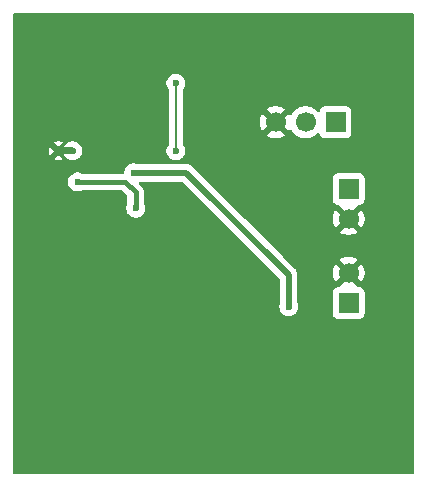
<source format=gbr>
%TF.GenerationSoftware,KiCad,Pcbnew,9.0.5*%
%TF.CreationDate,2025-10-20T16:26:15+05:30*%
%TF.ProjectId,adp2384,61647032-3338-4342-9e6b-696361645f70,A1*%
%TF.SameCoordinates,Original*%
%TF.FileFunction,Copper,L2,Bot*%
%TF.FilePolarity,Positive*%
%FSLAX46Y46*%
G04 Gerber Fmt 4.6, Leading zero omitted, Abs format (unit mm)*
G04 Created by KiCad (PCBNEW 9.0.5) date 2025-10-20 16:26:15*
%MOMM*%
%LPD*%
G01*
G04 APERTURE LIST*
%TA.AperFunction,EtchedComponent*%
%ADD10C,0.000000*%
%TD*%
%TA.AperFunction,ConnectorPad*%
%ADD11C,5.600000*%
%TD*%
%TA.AperFunction,ComponentPad*%
%ADD12C,3.600000*%
%TD*%
%TA.AperFunction,ComponentPad*%
%ADD13C,1.700000*%
%TD*%
%TA.AperFunction,ComponentPad*%
%ADD14R,1.700000X1.700000*%
%TD*%
%TA.AperFunction,ComponentPad*%
%ADD15C,0.600000*%
%TD*%
%TA.AperFunction,ViaPad*%
%ADD16C,0.600000*%
%TD*%
%TA.AperFunction,Conductor*%
%ADD17C,0.500000*%
%TD*%
%TA.AperFunction,Conductor*%
%ADD18C,0.200000*%
%TD*%
%TA.AperFunction,Conductor*%
%ADD19C,0.400000*%
%TD*%
G04 APERTURE END LIST*
D10*
%TA.AperFunction,EtchedComponent*%
%TO.C,NT1*%
G36*
X126330000Y-100004018D02*
G01*
X125130000Y-100004018D01*
X125130000Y-99404018D01*
X126330000Y-99404018D01*
X126330000Y-100004018D01*
G37*
%TD.AperFunction*%
%TD*%
D11*
%TO.P,H4,1,1*%
%TO.N,GND*%
X151984000Y-124008000D03*
D12*
X151984000Y-124008000D03*
%TD*%
D11*
%TO.P,H1,1,1*%
%TO.N,GND*%
X124298000Y-91242000D03*
D12*
X124298000Y-91242000D03*
%TD*%
D13*
%TO.P,J1,2,Pin_2*%
%TO.N,GND*%
X149698000Y-105461000D03*
D14*
%TO.P,J1,1,Pin_1*%
%TO.N,VIN*%
X149698000Y-102921000D03*
%TD*%
D13*
%TO.P,J3,2,Pin_2*%
%TO.N,GND*%
X149698000Y-110043000D03*
D14*
%TO.P,J3,1,Pin_1*%
%TO.N,VCC_3V3*%
X149698000Y-112583000D03*
%TD*%
D13*
%TO.P,J2,3,Pin_3*%
%TO.N,GND*%
X143510000Y-97282000D03*
%TO.P,J2,2,Pin_2*%
%TO.N,/EN*%
X146050000Y-97282000D03*
D14*
%TO.P,J2,1,Pin_1*%
%TO.N,VIN*%
X148590000Y-97282000D03*
%TD*%
D11*
%TO.P,H2,1,1*%
%TO.N,GND*%
X151984000Y-91242000D03*
D12*
X151984000Y-91242000D03*
%TD*%
D11*
%TO.P,H3,1,1*%
%TO.N,GND*%
X124298000Y-124008000D03*
D12*
X124298000Y-124008000D03*
%TD*%
D15*
%TO.P,NT1,1,1*%
%TO.N,GNDA*%
X126330000Y-99704018D03*
%TO.P,NT1,2,2*%
%TO.N,GND*%
X125130000Y-99704018D03*
%TD*%
D16*
%TO.N,GND*%
X127600000Y-125532000D03*
X122520000Y-97592000D03*
X142840000Y-105212000D03*
X134620000Y-103378000D03*
X122520000Y-100132000D03*
X135347000Y-103053000D03*
X140300000Y-95052000D03*
X153000000Y-100132000D03*
X153000000Y-105212000D03*
X153000000Y-107752000D03*
X142840000Y-89972000D03*
X140300000Y-125532000D03*
X135220000Y-92512000D03*
X147920000Y-92512000D03*
X130140000Y-89972000D03*
X132680000Y-89972000D03*
X145380000Y-122992000D03*
X122520000Y-115372000D03*
X133823000Y-103815000D03*
X135347000Y-103789600D03*
X135220000Y-110292000D03*
X137760000Y-92512000D03*
X153000000Y-110292000D03*
X147920000Y-89972000D03*
X145380000Y-125532000D03*
X153000000Y-97592000D03*
X153000000Y-120452000D03*
X127600000Y-122992000D03*
X122520000Y-117912000D03*
X137760000Y-107752000D03*
X137760000Y-122992000D03*
X145380000Y-89972000D03*
X127600000Y-92512000D03*
X135220000Y-89972000D03*
X127600000Y-95052000D03*
X150460000Y-97592000D03*
X142840000Y-125532000D03*
X137760000Y-89972000D03*
X142840000Y-122992000D03*
X122520000Y-107752000D03*
X132680000Y-92512000D03*
X145380000Y-92512000D03*
X122520000Y-112832000D03*
X140300000Y-122992000D03*
X142840000Y-110292000D03*
X135220000Y-122992000D03*
X125060000Y-95052000D03*
X137760000Y-125532000D03*
X122520000Y-110292000D03*
X140300000Y-97592000D03*
X147920000Y-95052000D03*
X137760000Y-95052000D03*
X150460000Y-95052000D03*
X140300000Y-107752000D03*
X132680000Y-122992000D03*
X153000000Y-115372000D03*
X122520000Y-102672000D03*
X125060000Y-97592000D03*
X127600000Y-89972000D03*
X153000000Y-112832000D03*
X140300000Y-92512000D03*
X137760000Y-110292000D03*
X122520000Y-95052000D03*
X147920000Y-122992000D03*
X150460000Y-107752000D03*
X135220000Y-107752000D03*
X153000000Y-117912000D03*
X147920000Y-125532000D03*
X147920000Y-105212000D03*
X142840000Y-92512000D03*
X153000000Y-102672000D03*
X145380000Y-107752000D03*
X145380000Y-95052000D03*
X147920000Y-110292000D03*
X142840000Y-95052000D03*
X132680000Y-125532000D03*
X122520000Y-105212000D03*
X135220000Y-125532000D03*
X122520000Y-120452000D03*
X130140000Y-125532000D03*
X130140000Y-92512000D03*
X140300000Y-89972000D03*
X130140000Y-122992000D03*
X153000000Y-95052000D03*
X147920000Y-107752000D03*
X133823000Y-103053000D03*
%TO.N,VCC_3V3*%
X131495800Y-101549200D03*
X144618000Y-112882800D03*
%TO.N,/SYNC*%
X135077200Y-99695000D03*
X135077200Y-93980000D03*
%TO.N,GNDA*%
X131664000Y-104555213D03*
X126746000Y-102336600D03*
%TD*%
D17*
%TO.N,VCC_3V3*%
X144618000Y-110215800D02*
X144618000Y-112882800D01*
X135951400Y-101549200D02*
X144618000Y-110215800D01*
X131495800Y-101549200D02*
X135951400Y-101549200D01*
D18*
%TO.N,/SYNC*%
X135077200Y-99695000D02*
X135077200Y-93980000D01*
D19*
%TO.N,GNDA*%
X131642600Y-104533813D02*
X131664000Y-104555213D01*
X131673600Y-103225600D02*
X130784600Y-102336600D01*
X126746000Y-102336600D02*
X130784600Y-102336600D01*
X131642600Y-104490000D02*
X131642600Y-104533813D01*
X131673600Y-104459000D02*
X131642600Y-104490000D01*
X131673600Y-103225600D02*
X131673600Y-104459000D01*
%TD*%
%TA.AperFunction,Conductor*%
%TO.N,GND*%
G36*
X155184539Y-88084185D02*
G01*
X155230294Y-88136989D01*
X155241500Y-88188500D01*
X155241500Y-126939500D01*
X155221815Y-127006539D01*
X155169011Y-127052294D01*
X155117500Y-127063500D01*
X121366500Y-127063500D01*
X121299461Y-127043815D01*
X121253706Y-126991011D01*
X121242500Y-126939500D01*
X121242500Y-102257753D01*
X125945500Y-102257753D01*
X125945500Y-102415446D01*
X125976261Y-102570089D01*
X125976264Y-102570101D01*
X126036602Y-102715772D01*
X126036609Y-102715785D01*
X126124210Y-102846888D01*
X126124213Y-102846892D01*
X126235707Y-102958386D01*
X126235711Y-102958389D01*
X126366814Y-103045990D01*
X126366827Y-103045997D01*
X126433031Y-103073419D01*
X126512503Y-103106337D01*
X126667153Y-103137099D01*
X126667156Y-103137100D01*
X126667158Y-103137100D01*
X126824844Y-103137100D01*
X126824845Y-103137099D01*
X126979497Y-103106337D01*
X127058969Y-103073419D01*
X127123864Y-103046539D01*
X127171316Y-103037100D01*
X130443081Y-103037100D01*
X130510120Y-103056785D01*
X130530762Y-103073419D01*
X130936781Y-103479438D01*
X130970266Y-103540761D01*
X130973100Y-103567119D01*
X130973100Y-104110740D01*
X130955773Y-104169748D01*
X130957479Y-104170660D01*
X130954602Y-104176041D01*
X130894264Y-104321711D01*
X130894261Y-104321723D01*
X130863500Y-104476366D01*
X130863500Y-104634059D01*
X130894261Y-104788702D01*
X130894264Y-104788714D01*
X130954602Y-104934385D01*
X130954609Y-104934398D01*
X131042210Y-105065501D01*
X131042213Y-105065505D01*
X131153707Y-105176999D01*
X131153711Y-105177002D01*
X131284814Y-105264603D01*
X131284827Y-105264610D01*
X131430498Y-105324948D01*
X131430503Y-105324950D01*
X131580332Y-105354753D01*
X131585153Y-105355712D01*
X131585156Y-105355713D01*
X131585158Y-105355713D01*
X131742844Y-105355713D01*
X131742845Y-105355712D01*
X131897497Y-105324950D01*
X132043179Y-105264607D01*
X132174289Y-105177002D01*
X132285789Y-105065502D01*
X132373394Y-104934392D01*
X132433737Y-104788710D01*
X132464500Y-104634055D01*
X132464500Y-104476371D01*
X132464500Y-104476368D01*
X132464499Y-104476366D01*
X132433739Y-104321724D01*
X132433736Y-104321714D01*
X132414110Y-104274333D01*
X132383539Y-104200526D01*
X132374100Y-104153074D01*
X132374100Y-103156604D01*
X132347181Y-103021277D01*
X132347180Y-103021276D01*
X132347180Y-103021272D01*
X132294375Y-102893789D01*
X132294370Y-102893780D01*
X132285640Y-102880715D01*
X132217714Y-102779057D01*
X132217711Y-102779053D01*
X131950038Y-102511381D01*
X131916553Y-102450058D01*
X131921537Y-102380367D01*
X131963408Y-102324433D01*
X132028873Y-102300016D01*
X132037719Y-102299700D01*
X135589170Y-102299700D01*
X135656209Y-102319385D01*
X135676851Y-102336019D01*
X143831181Y-110490348D01*
X143864666Y-110551671D01*
X143867500Y-110578029D01*
X143867500Y-112578196D01*
X143858062Y-112625644D01*
X143848263Y-112649303D01*
X143848262Y-112649306D01*
X143848260Y-112649311D01*
X143817500Y-112803953D01*
X143817500Y-112961646D01*
X143848261Y-113116289D01*
X143848264Y-113116301D01*
X143908602Y-113261972D01*
X143908609Y-113261985D01*
X143996210Y-113393088D01*
X143996213Y-113393092D01*
X144107707Y-113504586D01*
X144107711Y-113504589D01*
X144238814Y-113592190D01*
X144238827Y-113592197D01*
X144384498Y-113652535D01*
X144384503Y-113652537D01*
X144499116Y-113675335D01*
X144539153Y-113683299D01*
X144539156Y-113683300D01*
X144539158Y-113683300D01*
X144696844Y-113683300D01*
X144696845Y-113683299D01*
X144851497Y-113652537D01*
X144997179Y-113592194D01*
X145128289Y-113504589D01*
X145239789Y-113393089D01*
X145327394Y-113261979D01*
X145387737Y-113116297D01*
X145418500Y-112961642D01*
X145418500Y-112803958D01*
X145418500Y-112803955D01*
X145418499Y-112803953D01*
X145387739Y-112649311D01*
X145387738Y-112649308D01*
X145387737Y-112649303D01*
X145377937Y-112625644D01*
X145368500Y-112578196D01*
X145368500Y-111685135D01*
X148347500Y-111685135D01*
X148347500Y-113480870D01*
X148347501Y-113480876D01*
X148353908Y-113540483D01*
X148404202Y-113675328D01*
X148404206Y-113675335D01*
X148490452Y-113790544D01*
X148490455Y-113790547D01*
X148605664Y-113876793D01*
X148605671Y-113876797D01*
X148740517Y-113927091D01*
X148740516Y-113927091D01*
X148747444Y-113927835D01*
X148800127Y-113933500D01*
X150595872Y-113933499D01*
X150655483Y-113927091D01*
X150790331Y-113876796D01*
X150905546Y-113790546D01*
X150991796Y-113675331D01*
X151042091Y-113540483D01*
X151048500Y-113480873D01*
X151048499Y-111685128D01*
X151042091Y-111625517D01*
X150991796Y-111490669D01*
X150991795Y-111490668D01*
X150991793Y-111490664D01*
X150905547Y-111375455D01*
X150905544Y-111375452D01*
X150790335Y-111289206D01*
X150790328Y-111289202D01*
X150655482Y-111238908D01*
X150655483Y-111238908D01*
X150595883Y-111232501D01*
X150595881Y-111232500D01*
X150595873Y-111232500D01*
X150595865Y-111232500D01*
X150585309Y-111232500D01*
X150518270Y-111212815D01*
X150497628Y-111196181D01*
X149827408Y-110525962D01*
X149890993Y-110508925D01*
X150005007Y-110443099D01*
X150098099Y-110350007D01*
X150163925Y-110235993D01*
X150180962Y-110172409D01*
X150813270Y-110804717D01*
X150813270Y-110804716D01*
X150852622Y-110750554D01*
X150949095Y-110561217D01*
X151014757Y-110359130D01*
X151014757Y-110359127D01*
X151048000Y-110149246D01*
X151048000Y-109936753D01*
X151014757Y-109726872D01*
X151014757Y-109726869D01*
X150949095Y-109524782D01*
X150852624Y-109335449D01*
X150813270Y-109281282D01*
X150813269Y-109281282D01*
X150180962Y-109913590D01*
X150163925Y-109850007D01*
X150098099Y-109735993D01*
X150005007Y-109642901D01*
X149890993Y-109577075D01*
X149827409Y-109560037D01*
X150459716Y-108927728D01*
X150405550Y-108888375D01*
X150216217Y-108791904D01*
X150014129Y-108726242D01*
X149804246Y-108693000D01*
X149591754Y-108693000D01*
X149381872Y-108726242D01*
X149381869Y-108726242D01*
X149179782Y-108791904D01*
X148990439Y-108888380D01*
X148936282Y-108927727D01*
X148936282Y-108927728D01*
X149568591Y-109560037D01*
X149505007Y-109577075D01*
X149390993Y-109642901D01*
X149297901Y-109735993D01*
X149232075Y-109850007D01*
X149215037Y-109913591D01*
X148582728Y-109281282D01*
X148582727Y-109281282D01*
X148543380Y-109335439D01*
X148446904Y-109524782D01*
X148381242Y-109726869D01*
X148381242Y-109726872D01*
X148348000Y-109936753D01*
X148348000Y-110149246D01*
X148381242Y-110359127D01*
X148381242Y-110359130D01*
X148446904Y-110561217D01*
X148543375Y-110750550D01*
X148582728Y-110804716D01*
X149215037Y-110172408D01*
X149232075Y-110235993D01*
X149297901Y-110350007D01*
X149390993Y-110443099D01*
X149505007Y-110508925D01*
X149568590Y-110525962D01*
X148898370Y-111196181D01*
X148837047Y-111229666D01*
X148810698Y-111232500D01*
X148800134Y-111232500D01*
X148800123Y-111232501D01*
X148740516Y-111238908D01*
X148605671Y-111289202D01*
X148605664Y-111289206D01*
X148490455Y-111375452D01*
X148490452Y-111375455D01*
X148404206Y-111490664D01*
X148404202Y-111490671D01*
X148353908Y-111625517D01*
X148347501Y-111685116D01*
X148347501Y-111685123D01*
X148347500Y-111685135D01*
X145368500Y-111685135D01*
X145368500Y-110141879D01*
X145339659Y-109996892D01*
X145339658Y-109996891D01*
X145339658Y-109996887D01*
X145308195Y-109920928D01*
X145283087Y-109860311D01*
X145283080Y-109860298D01*
X145200952Y-109737385D01*
X145153013Y-109689446D01*
X145096416Y-109632849D01*
X144156567Y-108693000D01*
X142080260Y-106616692D01*
X140901130Y-105437562D01*
X137571056Y-102107487D01*
X137486704Y-102023135D01*
X148347500Y-102023135D01*
X148347500Y-103818870D01*
X148347501Y-103818876D01*
X148353908Y-103878483D01*
X148404202Y-104013328D01*
X148404206Y-104013335D01*
X148490452Y-104128544D01*
X148490455Y-104128547D01*
X148605664Y-104214793D01*
X148605671Y-104214797D01*
X148650618Y-104231561D01*
X148740517Y-104265091D01*
X148800127Y-104271500D01*
X148810685Y-104271499D01*
X148877723Y-104291179D01*
X148898372Y-104307818D01*
X149568591Y-104978037D01*
X149505007Y-104995075D01*
X149390993Y-105060901D01*
X149297901Y-105153993D01*
X149232075Y-105268007D01*
X149215037Y-105331591D01*
X148582728Y-104699282D01*
X148582727Y-104699282D01*
X148543380Y-104753439D01*
X148446904Y-104942782D01*
X148381242Y-105144869D01*
X148381242Y-105144872D01*
X148348000Y-105354753D01*
X148348000Y-105567246D01*
X148381242Y-105777127D01*
X148381242Y-105777130D01*
X148446904Y-105979217D01*
X148543375Y-106168550D01*
X148582728Y-106222716D01*
X149215037Y-105590408D01*
X149232075Y-105653993D01*
X149297901Y-105768007D01*
X149390993Y-105861099D01*
X149505007Y-105926925D01*
X149568590Y-105943962D01*
X148936282Y-106576269D01*
X148936282Y-106576270D01*
X148990449Y-106615624D01*
X149179782Y-106712095D01*
X149381870Y-106777757D01*
X149591754Y-106811000D01*
X149804246Y-106811000D01*
X150014127Y-106777757D01*
X150014130Y-106777757D01*
X150216217Y-106712095D01*
X150405554Y-106615622D01*
X150459716Y-106576270D01*
X150459717Y-106576270D01*
X149827408Y-105943962D01*
X149890993Y-105926925D01*
X150005007Y-105861099D01*
X150098099Y-105768007D01*
X150163925Y-105653993D01*
X150180962Y-105590409D01*
X150813270Y-106222717D01*
X150813270Y-106222716D01*
X150852622Y-106168554D01*
X150949095Y-105979217D01*
X151014757Y-105777130D01*
X151014757Y-105777127D01*
X151048000Y-105567246D01*
X151048000Y-105354753D01*
X151014757Y-105144872D01*
X151014757Y-105144869D01*
X150949095Y-104942782D01*
X150852624Y-104753449D01*
X150813270Y-104699282D01*
X150813269Y-104699282D01*
X150180962Y-105331590D01*
X150163925Y-105268007D01*
X150098099Y-105153993D01*
X150005007Y-105060901D01*
X149890993Y-104995075D01*
X149827409Y-104978037D01*
X150497627Y-104307818D01*
X150558950Y-104274333D01*
X150585307Y-104271499D01*
X150595872Y-104271499D01*
X150655483Y-104265091D01*
X150790331Y-104214796D01*
X150905546Y-104128546D01*
X150991796Y-104013331D01*
X151042091Y-103878483D01*
X151048500Y-103818873D01*
X151048499Y-102023128D01*
X151042091Y-101963517D01*
X151039817Y-101957421D01*
X150991797Y-101828671D01*
X150991793Y-101828664D01*
X150905547Y-101713455D01*
X150905544Y-101713452D01*
X150790335Y-101627206D01*
X150790328Y-101627202D01*
X150655482Y-101576908D01*
X150655483Y-101576908D01*
X150595883Y-101570501D01*
X150595881Y-101570500D01*
X150595873Y-101570500D01*
X150595864Y-101570500D01*
X148800129Y-101570500D01*
X148800123Y-101570501D01*
X148740516Y-101576908D01*
X148605671Y-101627202D01*
X148605664Y-101627206D01*
X148490455Y-101713452D01*
X148490452Y-101713455D01*
X148404206Y-101828664D01*
X148404202Y-101828671D01*
X148353908Y-101963517D01*
X148347501Y-102023116D01*
X148347501Y-102023123D01*
X148347500Y-102023135D01*
X137486704Y-102023135D01*
X136429821Y-100966252D01*
X136429814Y-100966246D01*
X136356129Y-100917012D01*
X136356129Y-100917013D01*
X136306891Y-100884113D01*
X136170317Y-100827543D01*
X136170307Y-100827540D01*
X136025320Y-100798700D01*
X136025318Y-100798700D01*
X131800404Y-100798700D01*
X131752955Y-100789262D01*
X131729297Y-100779463D01*
X131729293Y-100779462D01*
X131729288Y-100779460D01*
X131574645Y-100748700D01*
X131574642Y-100748700D01*
X131416958Y-100748700D01*
X131416955Y-100748700D01*
X131262310Y-100779461D01*
X131262298Y-100779464D01*
X131116627Y-100839802D01*
X131116614Y-100839809D01*
X130985511Y-100927410D01*
X130985507Y-100927413D01*
X130874013Y-101038907D01*
X130874010Y-101038911D01*
X130786409Y-101170014D01*
X130786402Y-101170027D01*
X130726064Y-101315698D01*
X130726061Y-101315710D01*
X130695300Y-101470353D01*
X130695300Y-101512100D01*
X130675615Y-101579139D01*
X130622811Y-101624894D01*
X130571300Y-101636100D01*
X127171316Y-101636100D01*
X127123864Y-101626661D01*
X126979501Y-101566864D01*
X126979489Y-101566861D01*
X126824845Y-101536100D01*
X126824842Y-101536100D01*
X126667158Y-101536100D01*
X126667155Y-101536100D01*
X126512510Y-101566861D01*
X126512498Y-101566864D01*
X126366827Y-101627202D01*
X126366814Y-101627209D01*
X126235711Y-101714810D01*
X126235707Y-101714813D01*
X126124213Y-101826307D01*
X126124210Y-101826311D01*
X126036609Y-101957414D01*
X126036602Y-101957427D01*
X125976264Y-102103098D01*
X125976261Y-102103110D01*
X125945500Y-102257753D01*
X121242500Y-102257753D01*
X121242500Y-100419863D01*
X124767706Y-100419863D01*
X124896652Y-100473275D01*
X124896656Y-100473276D01*
X125051202Y-100504017D01*
X125051206Y-100504018D01*
X125208794Y-100504018D01*
X125208797Y-100504017D01*
X125363343Y-100473276D01*
X125363347Y-100473275D01*
X125492293Y-100419863D01*
X125130001Y-100057571D01*
X125130000Y-100057571D01*
X124767706Y-100419863D01*
X121242500Y-100419863D01*
X121242500Y-99625220D01*
X124330000Y-99625220D01*
X124330000Y-99782815D01*
X124360741Y-99937361D01*
X124360743Y-99937369D01*
X124414153Y-100066311D01*
X124776446Y-99704019D01*
X124776446Y-99704017D01*
X124746610Y-99674181D01*
X124980000Y-99674181D01*
X124980000Y-99733855D01*
X125002836Y-99788986D01*
X125045032Y-99831182D01*
X125100163Y-99854018D01*
X125159837Y-99854018D01*
X125214968Y-99831182D01*
X125257164Y-99788986D01*
X125280000Y-99733855D01*
X125280000Y-99704017D01*
X125483553Y-99704017D01*
X125483553Y-99704018D01*
X125494731Y-99715196D01*
X125528218Y-99776518D01*
X125528669Y-99778687D01*
X125560261Y-99937509D01*
X125560264Y-99937519D01*
X125620602Y-100083190D01*
X125620609Y-100083203D01*
X125708210Y-100214306D01*
X125708213Y-100214310D01*
X125819707Y-100325804D01*
X125819711Y-100325807D01*
X125950814Y-100413408D01*
X125950827Y-100413415D01*
X126096498Y-100473753D01*
X126096503Y-100473755D01*
X126205817Y-100495499D01*
X126251153Y-100504517D01*
X126251156Y-100504518D01*
X126251158Y-100504518D01*
X126408844Y-100504518D01*
X126408845Y-100504517D01*
X126563497Y-100473755D01*
X126709179Y-100413412D01*
X126840289Y-100325807D01*
X126951789Y-100214307D01*
X127039394Y-100083197D01*
X127099737Y-99937515D01*
X127130500Y-99782860D01*
X127130500Y-99625176D01*
X127130500Y-99625173D01*
X127130499Y-99625171D01*
X127099767Y-99470674D01*
X127099737Y-99470521D01*
X127096000Y-99461498D01*
X127039397Y-99324845D01*
X127039390Y-99324832D01*
X126951789Y-99193729D01*
X126951786Y-99193725D01*
X126840292Y-99082231D01*
X126840288Y-99082228D01*
X126709185Y-98994627D01*
X126709172Y-98994620D01*
X126563501Y-98934282D01*
X126563489Y-98934279D01*
X126408845Y-98903518D01*
X126408842Y-98903518D01*
X126251158Y-98903518D01*
X126251155Y-98903518D01*
X126096510Y-98934279D01*
X126096498Y-98934282D01*
X125950827Y-98994620D01*
X125950814Y-98994627D01*
X125819711Y-99082228D01*
X125819707Y-99082231D01*
X125708213Y-99193725D01*
X125708210Y-99193729D01*
X125620609Y-99324832D01*
X125620602Y-99324845D01*
X125560264Y-99470516D01*
X125560261Y-99470526D01*
X125528669Y-99629348D01*
X125519904Y-99646103D01*
X125515885Y-99664582D01*
X125497140Y-99689620D01*
X125496284Y-99691259D01*
X125494734Y-99692836D01*
X125483553Y-99704017D01*
X125280000Y-99704017D01*
X125280000Y-99674181D01*
X125257164Y-99619050D01*
X125214968Y-99576854D01*
X125159837Y-99554018D01*
X125100163Y-99554018D01*
X125045032Y-99576854D01*
X125002836Y-99619050D01*
X124980000Y-99674181D01*
X124746610Y-99674181D01*
X124414153Y-99341723D01*
X124360743Y-99470666D01*
X124360741Y-99470674D01*
X124330000Y-99625220D01*
X121242500Y-99625220D01*
X121242500Y-98988171D01*
X124767705Y-98988171D01*
X125130000Y-99350464D01*
X125130001Y-99350464D01*
X125492293Y-98988171D01*
X125363351Y-98934761D01*
X125363343Y-98934759D01*
X125208797Y-98904018D01*
X125051202Y-98904018D01*
X124896656Y-98934759D01*
X124896648Y-98934761D01*
X124767705Y-98988171D01*
X121242500Y-98988171D01*
X121242500Y-93901153D01*
X134276700Y-93901153D01*
X134276700Y-94058846D01*
X134307461Y-94213489D01*
X134307464Y-94213501D01*
X134367802Y-94359172D01*
X134367809Y-94359185D01*
X134455802Y-94490874D01*
X134476680Y-94557551D01*
X134476700Y-94559765D01*
X134476700Y-99115234D01*
X134457015Y-99182273D01*
X134455802Y-99184125D01*
X134367809Y-99315814D01*
X134367802Y-99315827D01*
X134307464Y-99461498D01*
X134307461Y-99461510D01*
X134276700Y-99616153D01*
X134276700Y-99773846D01*
X134307461Y-99928489D01*
X134307464Y-99928501D01*
X134367802Y-100074172D01*
X134367809Y-100074185D01*
X134455410Y-100205288D01*
X134455413Y-100205292D01*
X134566907Y-100316786D01*
X134566911Y-100316789D01*
X134698014Y-100404390D01*
X134698027Y-100404397D01*
X134843698Y-100464735D01*
X134843703Y-100464737D01*
X134998353Y-100495499D01*
X134998356Y-100495500D01*
X134998358Y-100495500D01*
X135156044Y-100495500D01*
X135156045Y-100495499D01*
X135310697Y-100464737D01*
X135434600Y-100413415D01*
X135456372Y-100404397D01*
X135456372Y-100404396D01*
X135456379Y-100404394D01*
X135587489Y-100316789D01*
X135698989Y-100205289D01*
X135786594Y-100074179D01*
X135846937Y-99928497D01*
X135877700Y-99773842D01*
X135877700Y-99616158D01*
X135877700Y-99616155D01*
X135877699Y-99616153D01*
X135869882Y-99576854D01*
X135846937Y-99461503D01*
X135846935Y-99461498D01*
X135786597Y-99315827D01*
X135786590Y-99315814D01*
X135698598Y-99184125D01*
X135677720Y-99117447D01*
X135677700Y-99115234D01*
X135677700Y-97175753D01*
X142160000Y-97175753D01*
X142160000Y-97388246D01*
X142193242Y-97598127D01*
X142193242Y-97598130D01*
X142258904Y-97800217D01*
X142355375Y-97989550D01*
X142394728Y-98043716D01*
X143027037Y-97411408D01*
X143044075Y-97474993D01*
X143109901Y-97589007D01*
X143202993Y-97682099D01*
X143317007Y-97747925D01*
X143380590Y-97764962D01*
X142748282Y-98397269D01*
X142748282Y-98397270D01*
X142802449Y-98436624D01*
X142991782Y-98533095D01*
X143193870Y-98598757D01*
X143403754Y-98632000D01*
X143616246Y-98632000D01*
X143826127Y-98598757D01*
X143826130Y-98598757D01*
X144028217Y-98533095D01*
X144217554Y-98436622D01*
X144271716Y-98397270D01*
X144271717Y-98397270D01*
X143639408Y-97764962D01*
X143702993Y-97747925D01*
X143817007Y-97682099D01*
X143910099Y-97589007D01*
X143975925Y-97474993D01*
X143992962Y-97411409D01*
X144625270Y-98043717D01*
X144625270Y-98043716D01*
X144664622Y-97989555D01*
X144669232Y-97980507D01*
X144717205Y-97929709D01*
X144785025Y-97912912D01*
X144851161Y-97935447D01*
X144890204Y-97980504D01*
X144894949Y-97989817D01*
X145019890Y-98161786D01*
X145170213Y-98312109D01*
X145342179Y-98437048D01*
X145342181Y-98437049D01*
X145342184Y-98437051D01*
X145531588Y-98533557D01*
X145733757Y-98599246D01*
X145943713Y-98632500D01*
X145943714Y-98632500D01*
X146156286Y-98632500D01*
X146156287Y-98632500D01*
X146366243Y-98599246D01*
X146568412Y-98533557D01*
X146757816Y-98437051D01*
X146929792Y-98312104D01*
X147043329Y-98198566D01*
X147104648Y-98165084D01*
X147174340Y-98170068D01*
X147230274Y-98211939D01*
X147247189Y-98242917D01*
X147296202Y-98374328D01*
X147296206Y-98374335D01*
X147382452Y-98489544D01*
X147382455Y-98489547D01*
X147497664Y-98575793D01*
X147497671Y-98575797D01*
X147632517Y-98626091D01*
X147632516Y-98626091D01*
X147639444Y-98626835D01*
X147692127Y-98632500D01*
X149487872Y-98632499D01*
X149547483Y-98626091D01*
X149682331Y-98575796D01*
X149797546Y-98489546D01*
X149883796Y-98374331D01*
X149934091Y-98239483D01*
X149940500Y-98179873D01*
X149940499Y-96384128D01*
X149934091Y-96324517D01*
X149932810Y-96321083D01*
X149883797Y-96189671D01*
X149883793Y-96189664D01*
X149797547Y-96074455D01*
X149797544Y-96074452D01*
X149682335Y-95988206D01*
X149682328Y-95988202D01*
X149547482Y-95937908D01*
X149547483Y-95937908D01*
X149487883Y-95931501D01*
X149487881Y-95931500D01*
X149487873Y-95931500D01*
X149487864Y-95931500D01*
X147692129Y-95931500D01*
X147692123Y-95931501D01*
X147632516Y-95937908D01*
X147497671Y-95988202D01*
X147497664Y-95988206D01*
X147382455Y-96074452D01*
X147382452Y-96074455D01*
X147296206Y-96189664D01*
X147296203Y-96189669D01*
X147247189Y-96321083D01*
X147205317Y-96377016D01*
X147139853Y-96401433D01*
X147071580Y-96386581D01*
X147043326Y-96365430D01*
X146929786Y-96251890D01*
X146757820Y-96126951D01*
X146568414Y-96030444D01*
X146568413Y-96030443D01*
X146568412Y-96030443D01*
X146366243Y-95964754D01*
X146366241Y-95964753D01*
X146366240Y-95964753D01*
X146204957Y-95939208D01*
X146156287Y-95931500D01*
X145943713Y-95931500D01*
X145895042Y-95939208D01*
X145733760Y-95964753D01*
X145531585Y-96030444D01*
X145342179Y-96126951D01*
X145170213Y-96251890D01*
X145019890Y-96402213D01*
X144894949Y-96574182D01*
X144890202Y-96583499D01*
X144842227Y-96634293D01*
X144774405Y-96651087D01*
X144708271Y-96628548D01*
X144669234Y-96583495D01*
X144664626Y-96574452D01*
X144625270Y-96520282D01*
X144625269Y-96520282D01*
X143992962Y-97152590D01*
X143975925Y-97089007D01*
X143910099Y-96974993D01*
X143817007Y-96881901D01*
X143702993Y-96816075D01*
X143639409Y-96799037D01*
X144271716Y-96166728D01*
X144217550Y-96127375D01*
X144028217Y-96030904D01*
X143826129Y-95965242D01*
X143616246Y-95932000D01*
X143403754Y-95932000D01*
X143193872Y-95965242D01*
X143193869Y-95965242D01*
X142991782Y-96030904D01*
X142802439Y-96127380D01*
X142748282Y-96166727D01*
X142748282Y-96166728D01*
X143380591Y-96799037D01*
X143317007Y-96816075D01*
X143202993Y-96881901D01*
X143109901Y-96974993D01*
X143044075Y-97089007D01*
X143027037Y-97152591D01*
X142394728Y-96520282D01*
X142394727Y-96520282D01*
X142355380Y-96574439D01*
X142258904Y-96763782D01*
X142193242Y-96965869D01*
X142193242Y-96965872D01*
X142160000Y-97175753D01*
X135677700Y-97175753D01*
X135677700Y-94559765D01*
X135697385Y-94492726D01*
X135698598Y-94490874D01*
X135786590Y-94359185D01*
X135786590Y-94359184D01*
X135786594Y-94359179D01*
X135846937Y-94213497D01*
X135877700Y-94058842D01*
X135877700Y-93901158D01*
X135877700Y-93901155D01*
X135877699Y-93901153D01*
X135846938Y-93746510D01*
X135846937Y-93746503D01*
X135846935Y-93746498D01*
X135786597Y-93600827D01*
X135786590Y-93600814D01*
X135698989Y-93469711D01*
X135698986Y-93469707D01*
X135587492Y-93358213D01*
X135587488Y-93358210D01*
X135456385Y-93270609D01*
X135456372Y-93270602D01*
X135310701Y-93210264D01*
X135310689Y-93210261D01*
X135156045Y-93179500D01*
X135156042Y-93179500D01*
X134998358Y-93179500D01*
X134998355Y-93179500D01*
X134843710Y-93210261D01*
X134843698Y-93210264D01*
X134698027Y-93270602D01*
X134698014Y-93270609D01*
X134566911Y-93358210D01*
X134566907Y-93358213D01*
X134455413Y-93469707D01*
X134455410Y-93469711D01*
X134367809Y-93600814D01*
X134367802Y-93600827D01*
X134307464Y-93746498D01*
X134307461Y-93746510D01*
X134276700Y-93901153D01*
X121242500Y-93901153D01*
X121242500Y-88188500D01*
X121262185Y-88121461D01*
X121314989Y-88075706D01*
X121366500Y-88064500D01*
X155117500Y-88064500D01*
X155184539Y-88084185D01*
G37*
%TD.AperFunction*%
%TD*%
M02*

</source>
